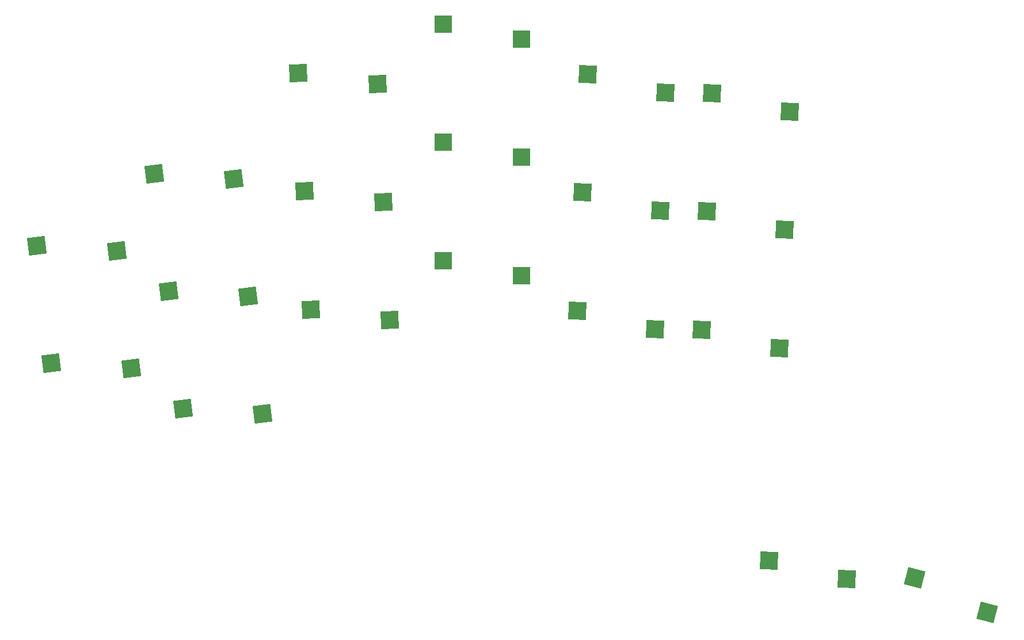
<source format=gbp>
G04 #@! TF.GenerationSoftware,KiCad,Pcbnew,8.0.5-dirty*
G04 #@! TF.CreationDate,2024-10-14T15:47:29+03:00*
G04 #@! TF.ProjectId,Kivipallur_left,4b697669-7061-46c6-9c75-725f6c656674,1*
G04 #@! TF.SameCoordinates,Original*
G04 #@! TF.FileFunction,Paste,Bot*
G04 #@! TF.FilePolarity,Positive*
%FSLAX46Y46*%
G04 Gerber Fmt 4.6, Leading zero omitted, Abs format (unit mm)*
G04 Created by KiCad (PCBNEW 8.0.5-dirty) date 2024-10-14 15:47:29*
%MOMM*%
%LPD*%
G01*
G04 APERTURE LIST*
G04 Aperture macros list*
%AMRotRect*
0 Rectangle, with rotation*
0 The origin of the aperture is its center*
0 $1 length*
0 $2 width*
0 $3 Rotation angle, in degrees counterclockwise*
0 Add horizontal line*
21,1,$1,$2,0,0,$3*%
G04 Aperture macros list end*
%ADD10RotRect,2.600000X2.600000X357.500000*%
%ADD11RotRect,2.600000X2.600000X3.000000*%
%ADD12RotRect,2.600000X2.600000X7.000000*%
%ADD13RotRect,2.600000X2.600000X345.500000*%
%ADD14R,2.600000X2.600000*%
G04 APERTURE END LIST*
D10*
X146914747Y-84436010D03*
X158357792Y-87137720D03*
X148432702Y-49669132D03*
X159875747Y-52370842D03*
X147673725Y-67052571D03*
X159116770Y-69754281D03*
D11*
X106775279Y-66888930D03*
X118424590Y-68481434D03*
D12*
X67423433Y-74916119D03*
X79155453Y-75692130D03*
D10*
X165968973Y-69853264D03*
X177412018Y-72554974D03*
X175137896Y-121202080D03*
X186580941Y-123903790D03*
D12*
X69543960Y-92186422D03*
X81275980Y-92962433D03*
D11*
X105864633Y-49512776D03*
X117513944Y-51105280D03*
D12*
X84662580Y-64336335D03*
X96394600Y-65112346D03*
D10*
X165209996Y-87236703D03*
X176653041Y-89938413D03*
D12*
X86783107Y-81606638D03*
X98515127Y-82382649D03*
D13*
X196554134Y-123787815D03*
X207185403Y-128809629D03*
D14*
X127152095Y-77073200D03*
X138702095Y-79273200D03*
D12*
X88903633Y-98876941D03*
X100635653Y-99652952D03*
D14*
X127152095Y-42273200D03*
X138702095Y-44473200D03*
D11*
X107685924Y-84265084D03*
X119335235Y-85857588D03*
D10*
X166727951Y-52469825D03*
X178170996Y-55171535D03*
D14*
X127152095Y-59673200D03*
X138702095Y-61873200D03*
M02*

</source>
